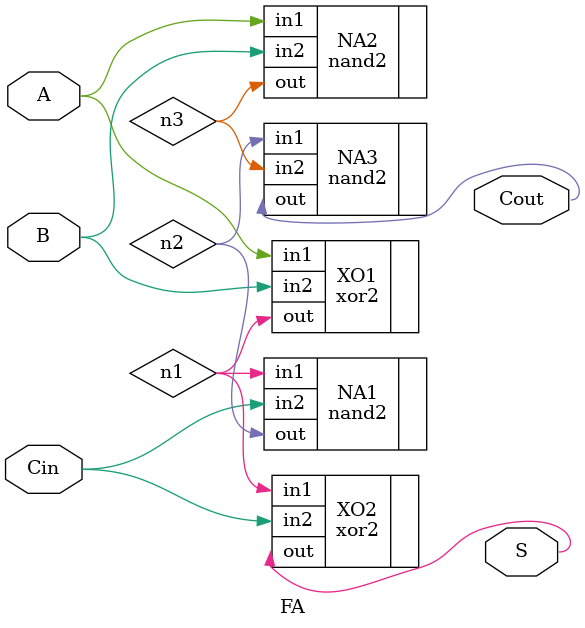
<source format=v>
module FA(A, B, Cin, S, Cout);

// 1-bit full adder w/ carry in
// Constructed using only nand & xor gates

input A;
input B;
input Cin;

output S;
output Cout;

wire n1, n2, n3;

xor2 XO1(.in1(A), .in2(B), .out(n1));
xor2 XO2(.in1(n1), .in2(Cin), .out(S));

nand2 NA1(.in1(n1), .in2(Cin), .out(n2));
nand2 NA2(.in1(A), .in2(B), .out(n3));
nand2 NA3(.in1(n2), .in2(n3), .out(Cout));

endmodule 

</source>
